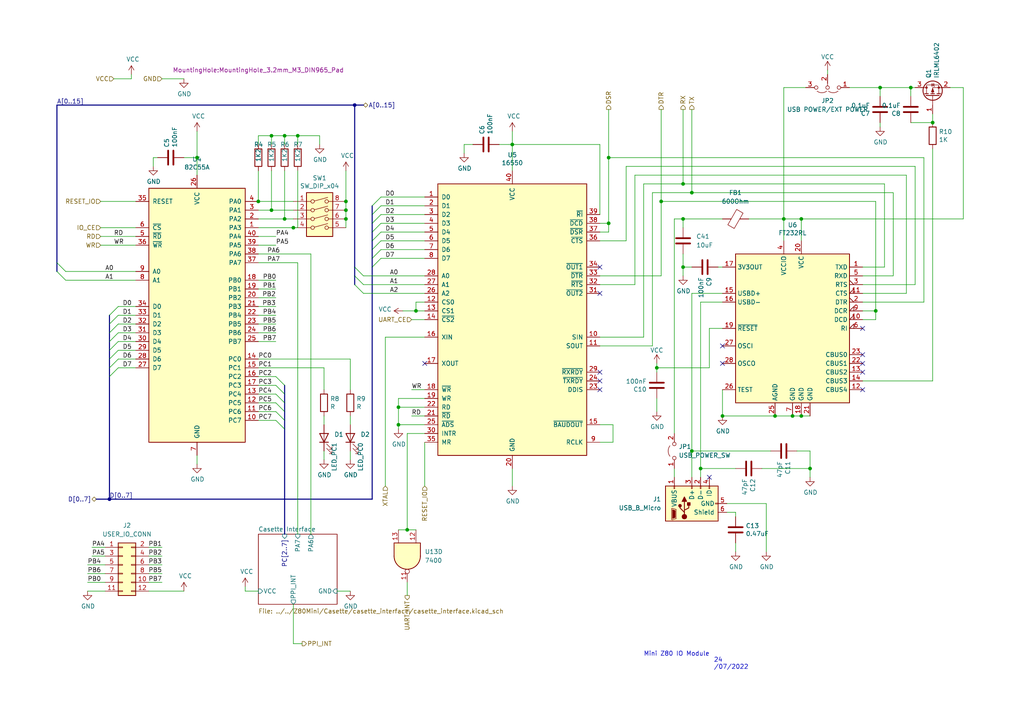
<source format=kicad_sch>
(kicad_sch (version 20211123) (generator eeschema)
  (paper "A4")
  (lib_symbols
    (symbol "74xx:7400" (pin_names (offset 1.016))
      (property "Reference" "U" (at 0 1.27 0))
      (property "Value" "7400" (at 0 -1.27 0))
      (symbol "7400_1_1"
        (pin input line (at -7.62 2.54 0) (length 3.81) (name "~") (number "1"))
        (pin input line (at -7.62 -2.54 0) (length 3.81) (name "~") (number "2"))
        (pin output inverted (at 7.62 0 180) (length 3.81) (name "~") (number "3"))
      )
      (symbol "7400_1_2"
        (pin input inverted (at -7.62 2.54 0) (length 4.318) (name "~") (number "1"))
        (pin input inverted (at -7.62 -2.54 0) (length 4.318) (name "~") (number "2"))
        (pin output line (at 7.62 0 180) (length 3.81) (name "~") (number "3"))
      )
      (symbol "7400_2_1"
        (pin input line (at -7.62 2.54 0) (length 3.81) (name "~") (number "4"))
        (pin input line (at -7.62 -2.54 0) (length 3.81) (name "~") (number "5"))
        (pin output inverted (at 7.62 0 180) (length 3.81) (name "~") (number "6"))
      )
      (symbol "7400_2_2"
        (pin input inverted (at -7.62 2.54 0) (length 4.318) (name "~") (number "4"))
        (pin input inverted (at -7.62 -2.54 0) (length 4.318) (name "~") (number "5"))
        (pin output line (at 7.62 0 180) (length 3.81) (name "~") (number "6"))
      )
      (symbol "7400_3_1"
        (pin input line (at -7.62 -2.54 0) (length 3.81) (name "~") (number "10"))
        (pin output inverted (at 7.62 0 180) (length 3.81) (name "~") (number "8"))
        (pin input line (at -7.62 2.54 0) (length 3.81) (name "~") (number "9"))
      )
      (symbol "7400_3_2"
        (pin input inverted (at -7.62 -2.54 0) (length 4.318) (name "~") (number "10"))
        (pin output line (at 7.62 0 180) (length 3.81) (name "~") (number "8"))
        (pin input inverted (at -7.62 2.54 0) (length 4.318) (name "~") (number "9"))
      )
      (symbol "7400_4_1"
        (pin output inverted (at 7.62 0 180) (length 3.81) (name "~") (number "11"))
        (pin input line (at -7.62 2.54 0) (length 3.81) (name "~") (number "12"))
        (pin input line (at -7.62 -2.54 0) (length 3.81) (name "~") (number "13"))
      )
      (symbol "7400_4_2"
        (pin output line (at 7.62 0 180) (length 3.81) (name "~") (number "11"))
        (pin input inverted (at -7.62 2.54 0) (length 4.318) (name "~") (number "12"))
        (pin input inverted (at -7.62 -2.54 0) (length 4.318) (name "~") (number "13"))
      )
      (symbol "7400_5_0"
        (pin power_in line (at 0 12.7 270) (length 5.08) (name "VCC") (number "14"))
        (pin power_in line (at 0 -12.7 90) (length 5.08) (name "GND") (number "7"))
      )
    )
    (symbol "Connector:USB_B_Micro" (pin_names (offset 1.016))
      (property "Reference" "J" (at -5.08 11.43 0))
      (property "Value" "USB_B_Micro" (at -5.08 8.89 0))
      (symbol "USB_B_Micro_1_1"
        (pin power_out line (at 7.62 5.08 180) (length 2.54) (name "VBUS") (number "1"))
        (pin bidirectional line (at 7.62 -2.54 180) (length 2.54) (name "D-") (number "2"))
        (pin bidirectional line (at 7.62 0 180) (length 2.54) (name "D+") (number "3"))
        (pin passive line (at 7.62 -5.08 180) (length 2.54) (name "ID") (number "4"))
        (pin power_out line (at 0 -10.16 90) (length 2.54) (name "GND") (number "5"))
        (pin passive line (at -2.54 -10.16 90) (length 2.54) (name "Shield") (number "6"))
      )
    )
    (symbol "Connector_Generic:Conn_02x06_Odd_Even" (pin_names (offset 1.016) hide)
      (property "Reference" "J" (at 1.27 7.62 0))
      (property "Value" "Conn_02x06_Odd_Even" (at 1.27 -10.16 0))
      (symbol "Conn_02x06_Odd_Even_1_1"
        (pin passive line (at -5.08 5.08 0) (length 3.81) (name "Pin_1") (number "1"))
        (pin passive line (at 7.62 -5.08 180) (length 3.81) (name "Pin_10") (number "10"))
        (pin passive line (at -5.08 -7.62 0) (length 3.81) (name "Pin_11") (number "11"))
        (pin passive line (at 7.62 -7.62 180) (length 3.81) (name "Pin_12") (number "12"))
        (pin passive line (at 7.62 5.08 180) (length 3.81) (name "Pin_2") (number "2"))
        (pin passive line (at -5.08 2.54 0) (length 3.81) (name "Pin_3") (number "3"))
        (pin passive line (at 7.62 2.54 180) (length 3.81) (name "Pin_4") (number "4"))
        (pin passive line (at -5.08 0 0) (length 3.81) (name "Pin_5") (number "5"))
        (pin passive line (at 7.62 0 180) (length 3.81) (name "Pin_6") (number "6"))
        (pin passive line (at -5.08 -2.54 0) (length 3.81) (name "Pin_7") (number "7"))
        (pin passive line (at 7.62 -2.54 180) (length 3.81) (name "Pin_8") (number "8"))
        (pin passive line (at -5.08 -5.08 0) (length 3.81) (name "Pin_9") (number "9"))
      )
    )
    (symbol "Device:C" (pin_numbers hide) (pin_names (offset 0.254))
      (property "Reference" "C" (at 0.635 2.54 0))
      (property "Value" "C" (at 0.635 -2.54 0))
      (symbol "C_1_1"
        (pin passive line (at 0 3.81 270) (length 2.794) (name "~") (number "1"))
        (pin passive line (at 0 -3.81 90) (length 2.794) (name "~") (number "2"))
      )
    )
    (symbol "Device:FerriteBead" (pin_numbers hide) (pin_names (offset 0))
      (property "Reference" "FB" (at -3.81 0.635 90))
      (property "Value" "FerriteBead" (at 3.81 0 90))
      (symbol "FerriteBead_1_1"
        (pin passive line (at 0 3.81 270) (length 2.54) (name "~") (number "1"))
        (pin passive line (at 0 -3.81 90) (length 2.54) (name "~") (number "2"))
      )
    )
    (symbol "Device:LED" (pin_numbers hide) (pin_names (offset 1.016) hide)
      (property "Reference" "D" (at 0 2.54 0))
      (property "Value" "LED" (at 0 -2.54 0))
      (symbol "LED_1_1"
        (pin passive line (at -3.81 0 0) (length 2.54) (name "K") (number "1"))
        (pin passive line (at 3.81 0 180) (length 2.54) (name "A") (number "2"))
      )
    )
    (symbol "Device:R" (pin_numbers hide) (pin_names (offset 0))
      (property "Reference" "R" (at 2.032 0 90))
      (property "Value" "R" (at 0 0 90))
      (symbol "R_1_1"
        (pin passive line (at 0 3.81 270) (length 1.27) (name "~") (number "1"))
        (pin passive line (at 0 -3.81 90) (length 1.27) (name "~") (number "2"))
      )
    )
    (symbol "Interface:82C55A" (pin_names (offset 1.016))
      (property "Reference" "U" (at -13.97 38.1 0))
      (property "Value" "82C55A" (at 8.89 38.1 0))
      (symbol "82C55A_1_1"
        (pin bidirectional line (at 17.78 25.4 180) (length 3.81) (name "PA3") (number "1"))
        (pin bidirectional line (at 17.78 -30.48 180) (length 3.81) (name "PC7") (number "10"))
        (pin bidirectional line (at 17.78 -27.94 180) (length 3.81) (name "PC6") (number "11"))
        (pin bidirectional line (at 17.78 -25.4 180) (length 3.81) (name "PC5") (number "12"))
        (pin bidirectional line (at 17.78 -22.86 180) (length 3.81) (name "PC4") (number "13"))
        (pin bidirectional line (at 17.78 -12.7 180) (length 3.81) (name "PC0") (number "14"))
        (pin bidirectional line (at 17.78 -15.24 180) (length 3.81) (name "PC1") (number "15"))
        (pin bidirectional line (at 17.78 -17.78 180) (length 3.81) (name "PC2") (number "16"))
        (pin bidirectional line (at 17.78 -20.32 180) (length 3.81) (name "PC3") (number "17"))
        (pin bidirectional line (at 17.78 10.16 180) (length 3.81) (name "PB0") (number "18"))
        (pin bidirectional line (at 17.78 7.62 180) (length 3.81) (name "PB1") (number "19"))
        (pin bidirectional line (at 17.78 27.94 180) (length 3.81) (name "PA2") (number "2"))
        (pin bidirectional line (at 17.78 5.08 180) (length 3.81) (name "PB2") (number "20"))
        (pin bidirectional line (at 17.78 2.54 180) (length 3.81) (name "PB3") (number "21"))
        (pin bidirectional line (at 17.78 0 180) (length 3.81) (name "PB4") (number "22"))
        (pin bidirectional line (at 17.78 -2.54 180) (length 3.81) (name "PB5") (number "23"))
        (pin bidirectional line (at 17.78 -5.08 180) (length 3.81) (name "PB6") (number "24"))
        (pin bidirectional line (at 17.78 -7.62 180) (length 3.81) (name "PB7") (number "25"))
        (pin power_in line (at 0 40.64 270) (length 3.81) (name "VCC") (number "26"))
        (pin bidirectional line (at -17.78 -15.24 0) (length 3.81) (name "D7") (number "27"))
        (pin bidirectional line (at -17.78 -12.7 0) (length 3.81) (name "D6") (number "28"))
        (pin bidirectional line (at -17.78 -10.16 0) (length 3.81) (name "D5") (number "29"))
        (pin bidirectional line (at 17.78 30.48 180) (length 3.81) (name "PA1") (number "3"))
        (pin bidirectional line (at -17.78 -7.62 0) (length 3.81) (name "D4") (number "30"))
        (pin bidirectional line (at -17.78 -5.08 0) (length 3.81) (name "D3") (number "31"))
        (pin bidirectional line (at -17.78 -2.54 0) (length 3.81) (name "D2") (number "32"))
        (pin bidirectional line (at -17.78 0 0) (length 3.81) (name "D1") (number "33"))
        (pin bidirectional line (at -17.78 2.54 0) (length 3.81) (name "D0") (number "34"))
        (pin input line (at -17.78 33.02 0) (length 3.81) (name "RESET") (number "35"))
        (pin input line (at -17.78 20.32 0) (length 3.81) (name "~{WR}") (number "36"))
        (pin bidirectional line (at 17.78 15.24 180) (length 3.81) (name "PA7") (number "37"))
        (pin bidirectional line (at 17.78 17.78 180) (length 3.81) (name "PA6") (number "38"))
        (pin bidirectional line (at 17.78 20.32 180) (length 3.81) (name "PA5") (number "39"))
        (pin bidirectional line (at 17.78 33.02 180) (length 3.81) (name "PA0") (number "4"))
        (pin bidirectional line (at 17.78 22.86 180) (length 3.81) (name "PA4") (number "40"))
        (pin input line (at -17.78 22.86 0) (length 3.81) (name "~{RD}") (number "5"))
        (pin input line (at -17.78 25.4 0) (length 3.81) (name "~{CS}") (number "6"))
        (pin power_in line (at 0 -40.64 90) (length 3.81) (name "GND") (number "7"))
        (pin input line (at -17.78 10.16 0) (length 3.81) (name "A1") (number "8"))
        (pin input line (at -17.78 12.7 0) (length 3.81) (name "A0") (number "9"))
      )
    )
    (symbol "Interface_UART:16550" (pin_names (offset 1.016))
      (property "Reference" "U" (at -21.59 40.64 0))
      (property "Value" "16550" (at 15.24 40.64 0))
      (symbol "16550_1_1"
        (pin bidirectional line (at -25.4 35.56 0) (length 3.81) (name "D0") (number "1"))
        (pin input line (at 25.4 -5.08 180) (length 3.81) (name "SIN") (number "10"))
        (pin output line (at 25.4 -7.62 180) (length 3.81) (name "SOUT") (number "11"))
        (pin input line (at -25.4 5.08 0) (length 3.81) (name "CS0") (number "12"))
        (pin input line (at -25.4 2.54 0) (length 3.81) (name "CS1") (number "13"))
        (pin input line (at -25.4 0 0) (length 3.81) (name "~{CS2}") (number "14"))
        (pin output line (at 25.4 -30.48 180) (length 3.81) (name "~{BAUDOUT}") (number "15"))
        (pin input line (at -25.4 -5.08 0) (length 3.81) (name "XIN") (number "16"))
        (pin output line (at -25.4 -12.7 0) (length 3.81) (name "XOUT") (number "17"))
        (pin input line (at -25.4 -20.32 0) (length 3.81) (name "~{WR}") (number "18"))
        (pin input line (at -25.4 -22.86 0) (length 3.81) (name "WR") (number "19"))
        (pin bidirectional line (at -25.4 33.02 0) (length 3.81) (name "D1") (number "2"))
        (pin power_in line (at 0 -43.18 90) (length 3.81) (name "GND") (number "20"))
        (pin input line (at -25.4 -27.94 0) (length 3.81) (name "~{RD}") (number "21"))
        (pin input line (at -25.4 -25.4 0) (length 3.81) (name "RD") (number "22"))
        (pin output line (at 25.4 -20.32 180) (length 3.81) (name "DDIS") (number "23"))
        (pin output line (at 25.4 -17.78 180) (length 3.81) (name "~{TXRDY}") (number "24"))
        (pin input line (at -25.4 -30.48 0) (length 3.81) (name "~{ADS}") (number "25"))
        (pin input line (at -25.4 7.62 0) (length 3.81) (name "A2") (number "26"))
        (pin input line (at -25.4 10.16 0) (length 3.81) (name "A1") (number "27"))
        (pin input line (at -25.4 12.7 0) (length 3.81) (name "A0") (number "28"))
        (pin output line (at 25.4 -15.24 180) (length 3.81) (name "~{RXRDY}") (number "29"))
        (pin bidirectional line (at -25.4 30.48 0) (length 3.81) (name "D2") (number "3"))
        (pin output line (at -25.4 -33.02 0) (length 3.81) (name "INTR") (number "30"))
        (pin output line (at 25.4 7.62 180) (length 3.81) (name "~{OUT2}") (number "31"))
        (pin output line (at 25.4 10.16 180) (length 3.81) (name "~{RTS}") (number "32"))
        (pin output line (at 25.4 12.7 180) (length 3.81) (name "~{DTR}") (number "33"))
        (pin output line (at 25.4 15.24 180) (length 3.81) (name "~{OUT1}") (number "34"))
        (pin input line (at -25.4 -35.56 0) (length 3.81) (name "MR") (number "35"))
        (pin input line (at 25.4 22.86 180) (length 3.81) (name "~{CTS}") (number "36"))
        (pin input line (at 25.4 25.4 180) (length 3.81) (name "~{DSR}") (number "37"))
        (pin input line (at 25.4 27.94 180) (length 3.81) (name "~{DCD}") (number "38"))
        (pin input line (at 25.4 30.48 180) (length 3.81) (name "~{RI}") (number "39"))
        (pin bidirectional line (at -25.4 27.94 0) (length 3.81) (name "D3") (number "4"))
        (pin power_in line (at 0 43.18 270) (length 3.81) (name "VCC") (number "40"))
        (pin bidirectional line (at -25.4 25.4 0) (length 3.81) (name "D4") (number "5"))
        (pin bidirectional line (at -25.4 22.86 0) (length 3.81) (name "D5") (number "6"))
        (pin bidirectional line (at -25.4 20.32 0) (length 3.81) (name "D6") (number "7"))
        (pin bidirectional line (at -25.4 17.78 0) (length 3.81) (name "D7") (number "8"))
        (pin input line (at 25.4 -35.56 180) (length 3.81) (name "RCLK") (number "9"))
      )
    )
    (symbol "Interface_USB:FT232RL"
      (property "Reference" "U" (at -16.51 22.86 0))
      (property "Value" "FT232RL" (at 10.16 22.86 0))
      (symbol "FT232RL_1_1"
        (pin output line (at 20.32 17.78 180) (length 3.81) (name "TXD") (number "1"))
        (pin input input_low (at 20.32 2.54 180) (length 3.81) (name "DCD") (number "10"))
        (pin input input_low (at 20.32 10.16 180) (length 3.81) (name "CTS") (number "11"))
        (pin bidirectional line (at 20.32 -17.78 180) (length 3.81) (name "CBUS4") (number "12"))
        (pin bidirectional line (at 20.32 -12.7 180) (length 3.81) (name "CBUS2") (number "13"))
        (pin bidirectional line (at 20.32 -15.24 180) (length 3.81) (name "CBUS3") (number "14"))
        (pin bidirectional line (at -20.32 10.16 0) (length 3.81) (name "USBD+") (number "15"))
        (pin bidirectional line (at -20.32 7.62 0) (length 3.81) (name "USBD-") (number "16"))
        (pin power_out line (at -20.32 17.78 0) (length 3.81) (name "3V3OUT") (number "17"))
        (pin power_in line (at 2.54 -25.4 90) (length 3.81) (name "GND") (number "18"))
        (pin input line (at -20.32 0 0) (length 3.81) (name "~{RESET}") (number "19"))
        (pin output output_low (at 20.32 7.62 180) (length 3.81) (name "DTR") (number "2"))
        (pin power_in line (at 2.54 25.4 270) (length 3.81) (name "VCC") (number "20"))
        (pin power_in line (at 5.08 -25.4 90) (length 3.81) (name "GND") (number "21"))
        (pin bidirectional line (at 20.32 -10.16 180) (length 3.81) (name "CBUS1") (number "22"))
        (pin bidirectional line (at 20.32 -7.62 180) (length 3.81) (name "CBUS0") (number "23"))
        (pin power_in line (at -5.08 -25.4 90) (length 3.81) (name "AGND") (number "25"))
        (pin input line (at -20.32 -17.78 0) (length 3.81) (name "TEST") (number "26"))
        (pin input line (at -20.32 -5.08 0) (length 3.81) (name "OSCI") (number "27"))
        (pin output line (at -20.32 -10.16 0) (length 3.81) (name "OSCO") (number "28"))
        (pin output output_low (at 20.32 12.7 180) (length 3.81) (name "RTS") (number "3"))
        (pin power_in line (at -2.54 25.4 270) (length 3.81) (name "VCCIO") (number "4"))
        (pin input line (at 20.32 15.24 180) (length 3.81) (name "RXD") (number "5"))
        (pin input input_low (at 20.32 0 180) (length 3.81) (name "RI") (number "6"))
        (pin power_in line (at 0 -25.4 90) (length 3.81) (name "GND") (number "7"))
        (pin input input_low (at 20.32 5.08 180) (length 3.81) (name "DCR") (number "9"))
      )
    )
    (symbol "Jumper:Jumper_2_Open" (pin_names (offset 0) hide)
      (property "Reference" "JP" (at 0 2.794 0))
      (property "Value" "Jumper_2_Open" (at 0 -2.286 0))
      (symbol "Jumper_2_Open_1_1"
        (pin passive line (at -5.08 0 0) (length 2.54) (name "A") (number "1"))
        (pin passive line (at 5.08 0 180) (length 2.54) (name "B") (number "2"))
      )
    )
    (symbol "Jumper:Jumper_3_Open" (pin_names (offset 0) hide)
      (property "Reference" "JP" (at -2.54 -2.54 0))
      (property "Value" "Jumper_3_Open" (at 0 2.794 0))
      (symbol "Jumper_3_Open_1_1"
        (pin passive line (at -6.35 0 0) (length 2.54) (name "A") (number "1"))
        (pin passive line (at 0 -3.81 90) (length 2.54) (name "C") (number "2"))
        (pin passive line (at 6.35 0 180) (length 2.54) (name "B") (number "3"))
      )
    )
    (symbol "Switch:SW_DIP_x04" (pin_names (offset 0) hide)
      (property "Reference" "SW" (at 0 8.89 0))
      (property "Value" "SW_DIP_x04" (at 0 -6.35 0))
      (symbol "SW_DIP_x04_1_1"
        (pin passive line (at -7.62 5.08 0) (length 5.08) (name "~") (number "1"))
        (pin passive line (at -7.62 2.54 0) (length 5.08) (name "~") (number "2"))
        (pin passive line (at -7.62 0 0) (length 5.08) (name "~") (number "3"))
        (pin passive line (at -7.62 -2.54 0) (length 5.08) (name "~") (number "4"))
        (pin passive line (at 7.62 -2.54 180) (length 5.08) (name "~") (number "5"))
        (pin passive line (at 7.62 0 180) (length 5.08) (name "~") (number "6"))
        (pin passive line (at 7.62 2.54 180) (length 5.08) (name "~") (number "7"))
        (pin passive line (at 7.62 5.08 180) (length 5.08) (name "~") (number "8"))
      )
    )
    (symbol "Transistor_FET:IRLML6402" (pin_names hide)
      (property "Reference" "Q" (at 5.08 1.905 0))
      (property "Value" "IRLML6402" (at 5.08 0 0))
      (symbol "IRLML6402_1_1"
        (pin input line (at -5.08 0 0) (length 2.54) (name "G") (number "1"))
        (pin passive line (at 2.54 -5.08 90) (length 2.54) (name "S") (number "2"))
        (pin passive line (at 2.54 5.08 270) (length 2.54) (name "D") (number "3"))
      )
    )
    (symbol "power:GND" (power) (pin_names (offset 0))
      (property "Value" "GND" (at 0 -3.81 0))
      (symbol "GND_1_1"
        (pin power_in line (at 0 0 270) (length 0) hide (name "GND") (number "1"))
      )
    )
    (symbol "power:VCC" (power) (pin_names (offset 0))
      (property "Value" "VCC" (at 0 3.81 0))
      (symbol "VCC_1_1"
        (pin power_in line (at 0 0 90) (length 0) hide (name "VCC") (number "1"))
      )
    )
  )
  (junction (at 100.33 63.5))
  (junction (at 86.36 39.37))
  (junction (at 82.55 39.37))
  (junction (at 115.57 123.19))
  (junction (at 118.11 153.67))
  (junction (at 198.12 53.34))
  (junction (at 255.27 25.4))
  (junction (at 78.74 39.37))
  (junction (at 224.79 120.65))
  (junction (at 191.77 58.42))
  (junction (at 270.51 35.56))
  (junction (at 78.74 60.96))
  (junction (at 57.15 45.72))
  (junction (at 82.55 63.5))
  (junction (at 176.53 64.77))
  (junction (at 234.95 135.89))
  (junction (at 200.66 130.81))
  (junction (at 190.5 106.68))
  (junction (at 264.16 25.4))
  (junction (at 203.2 135.89))
  (junction (at 200.66 55.88))
  (junction (at 74.93 58.42))
  (junction (at 31.75 144.78))
  (junction (at 227.33 63.5))
  (junction (at 115.57 118.11))
  (junction (at 198.12 77.47))
  (junction (at 100.33 60.96))
  (junction (at 209.55 120.65))
  (junction (at 176.53 45.72))
  (junction (at 198.12 63.5))
  (junction (at 102.87 30.48))
  (junction (at 85.09 66.04))
  (junction (at 254 90.17))
  (junction (at 232.41 63.5))
  (junction (at 148.59 41.91))
  (junction (at 100.33 58.42))
  (junction (at 232.41 120.65))
  (junction (at 229.87 120.65))
  (junction (at 120.65 90.17))
  (no_connect (at 123.19 105.41))
  (no_connect (at 250.19 95.25))
  (no_connect (at 250.19 102.87))
  (no_connect (at 173.99 107.95))
  (no_connect (at 173.99 110.49))
  (no_connect (at 173.99 77.47))
  (no_connect (at 250.19 105.41))
  (no_connect (at 173.99 113.03))
  (no_connect (at 250.19 113.03))
  (no_connect (at 250.19 107.95))
  (no_connect (at 209.55 105.41))
  (no_connect (at 209.55 100.33))
  (no_connect (at 205.74 138.43))
  (no_connect (at 173.99 85.09))
  (bus_entry (at 107.95 67.31) (size 2.54 -2.54))
  (bus_entry (at 31.75 93.98) (size 2.54 -2.54))
  (bus_entry (at 107.95 62.23) (size 2.54 -2.54))
  (bus_entry (at 31.75 101.6) (size 2.54 -2.54))
  (bus_entry (at 16.51 76.2) (size 2.54 2.54))
  (bus_entry (at 107.95 64.77) (size 2.54 -2.54))
  (bus_entry (at 31.75 106.68) (size 2.54 -2.54))
  (bus_entry (at 107.95 74.93) (size 2.54 -2.54))
  (bus_entry (at 107.95 69.85) (size 2.54 -2.54))
  (bus_entry (at 107.95 72.39) (size 2.54 -2.54))
  (bus_entry (at 80.01 116.84) (size 2.54 2.54))
  (bus_entry (at 80.01 119.38) (size 2.54 2.54))
  (bus_entry (at 80.01 114.3) (size 2.54 2.54))
  (bus_entry (at 80.01 109.22) (size 2.54 2.54))
  (bus_entry (at 80.01 111.76) (size 2.54 2.54))
  (bus_entry (at 80.01 121.92) (size 2.54 2.54))
  (bus_entry (at 107.95 77.47) (size 2.54 -2.54))
  (bus_entry (at 102.87 80.01) (size 2.54 2.54))
  (bus_entry (at 16.51 78.74) (size 2.54 2.54))
  (bus_entry (at 107.95 59.69) (size 2.54 -2.54))
  (bus_entry (at 31.75 91.44) (size 2.54 -2.54))
  (bus_entry (at 31.75 96.52) (size 2.54 -2.54))
  (bus_entry (at 31.75 99.06) (size 2.54 -2.54))
  (bus_entry (at 102.87 82.55) (size 2.54 2.54))
  (bus_entry (at 31.75 109.22) (size 2.54 -2.54))
  (bus_entry (at 31.75 104.14) (size 2.54 -2.54))
  (bus_entry (at 102.87 77.47) (size 2.54 2.54))
  (wire (pts (xy 270.51 35.56) (xy 270.51 33.02)))
  (bus (pts (xy 102.87 30.48) (xy 105.41 30.48)))
  (wire (pts (xy 190.5 106.68) (xy 205.74 106.68)))
  (wire (pts (xy 148.59 38.1) (xy 148.59 41.91)))
  (wire (pts (xy 213.36 148.59) (xy 213.36 149.86)))
  (wire (pts (xy 86.36 41.91) (xy 86.36 39.37)))
  (bus (pts (xy 31.75 109.22) (xy 31.75 144.78)))
  (wire (pts (xy 256.54 77.47) (xy 250.19 77.47)))
  (wire (pts (xy 74.93 86.36) (xy 80.01 86.36)))
  (wire (pts (xy 223.52 130.81) (xy 200.66 130.81)))
  (wire (pts (xy 93.98 120.65) (xy 93.98 123.19)))
  (wire (pts (xy 198.12 63.5) (xy 209.55 63.5)))
  (wire (pts (xy 123.19 123.19) (xy 115.57 123.19)))
  (wire (pts (xy 29.21 66.04) (xy 39.37 66.04)))
  (wire (pts (xy 74.93 63.5) (xy 82.55 63.5)))
  (wire (pts (xy 203.2 87.63) (xy 203.2 135.89)))
  (wire (pts (xy 110.49 72.39) (xy 123.19 72.39)))
  (bus (pts (xy 31.75 99.06) (xy 31.75 101.6)))
  (wire (pts (xy 213.36 157.48) (xy 213.36 160.02)))
  (wire (pts (xy 39.37 68.58) (xy 29.21 68.58)))
  (wire (pts (xy 86.36 49.53) (xy 86.36 66.04)))
  (wire (pts (xy 198.12 77.47) (xy 200.66 77.47)))
  (wire (pts (xy 198.12 53.34) (xy 256.54 53.34)))
  (wire (pts (xy 101.6 104.14) (xy 101.6 113.03)))
  (wire (pts (xy 90.17 154.94) (xy 90.17 73.66)))
  (bus (pts (xy 31.75 91.44) (xy 31.75 93.98)))
  (bus (pts (xy 16.51 30.48) (xy 102.87 30.48)))
  (wire (pts (xy 227.33 69.85) (xy 227.33 63.5)))
  (bus (pts (xy 102.87 30.48) (xy 102.87 77.47)))
  (wire (pts (xy 110.49 64.77) (xy 123.19 64.77)))
  (bus (pts (xy 107.95 77.47) (xy 107.95 144.78)))
  (wire (pts (xy 74.93 104.14) (xy 101.6 104.14)))
  (wire (pts (xy 74.93 106.68) (xy 93.98 106.68)))
  (wire (pts (xy 86.36 39.37) (xy 92.71 39.37)))
  (wire (pts (xy 181.61 48.26) (xy 265.43 48.26)))
  (wire (pts (xy 115.57 124.46) (xy 115.57 123.19)))
  (wire (pts (xy 256.54 53.34) (xy 256.54 77.47)))
  (wire (pts (xy 25.4 163.83) (xy 30.48 163.83)))
  (wire (pts (xy 279.4 25.4) (xy 279.4 63.5)))
  (wire (pts (xy 57.15 134.62) (xy 57.15 132.08)))
  (wire (pts (xy 173.99 100.33) (xy 189.23 100.33)))
  (wire (pts (xy 189.23 55.88) (xy 200.66 55.88)))
  (wire (pts (xy 101.6 120.65) (xy 101.6 123.19)))
  (wire (pts (xy 220.98 135.89) (xy 234.95 135.89)))
  (wire (pts (xy 176.53 64.77) (xy 176.53 45.72)))
  (wire (pts (xy 255.27 35.56) (xy 255.27 36.83)))
  (wire (pts (xy 184.15 82.55) (xy 184.15 50.8)))
  (wire (pts (xy 100.33 66.04) (xy 100.33 63.5)))
  (wire (pts (xy 189.23 100.33) (xy 189.23 55.88)))
  (wire (pts (xy 173.99 82.55) (xy 184.15 82.55)))
  (wire (pts (xy 74.93 39.37) (xy 78.74 39.37)))
  (wire (pts (xy 255.27 25.4) (xy 264.16 25.4)))
  (wire (pts (xy 74.93 71.12) (xy 80.01 71.12)))
  (wire (pts (xy 46.99 22.86) (xy 53.34 22.86)))
  (wire (pts (xy 29.21 58.42) (xy 39.37 58.42)))
  (wire (pts (xy 229.87 120.65) (xy 232.41 120.65)))
  (wire (pts (xy 74.93 109.22) (xy 80.01 109.22)))
  (wire (pts (xy 74.93 96.52) (xy 80.01 96.52)))
  (bus (pts (xy 31.75 96.52) (xy 31.75 99.06)))
  (wire (pts (xy 119.38 92.71) (xy 123.19 92.71)))
  (bus (pts (xy 31.75 101.6) (xy 31.75 104.14)))
  (bus (pts (xy 31.75 144.78) (xy 107.95 144.78)))
  (wire (pts (xy 120.65 87.63) (xy 123.19 87.63)))
  (wire (pts (xy 148.59 140.97) (xy 148.59 135.89)))
  (wire (pts (xy 105.41 80.01) (xy 123.19 80.01)))
  (wire (pts (xy 26.67 161.29) (xy 30.48 161.29)))
  (wire (pts (xy 25.4 168.91) (xy 30.48 168.91)))
  (bus (pts (xy 107.95 74.93) (xy 107.95 77.47)))
  (wire (pts (xy 74.93 58.42) (xy 85.09 58.42)))
  (wire (pts (xy 173.99 97.79) (xy 186.69 97.79)))
  (wire (pts (xy 78.74 60.96) (xy 85.09 60.96)))
  (wire (pts (xy 74.93 49.53) (xy 74.93 58.42)))
  (wire (pts (xy 262.89 50.8) (xy 262.89 85.09)))
  (wire (pts (xy 254 92.71) (xy 254 90.17)))
  (wire (pts (xy 176.53 45.72) (xy 267.97 45.72)))
  (wire (pts (xy 173.99 67.31) (xy 176.53 67.31)))
  (bus (pts (xy 82.55 124.46) (xy 82.55 154.94)))
  (bus (pts (xy 31.75 106.68) (xy 31.75 109.22)))
  (wire (pts (xy 78.74 39.37) (xy 78.74 41.91)))
  (wire (pts (xy 264.16 25.4) (xy 265.43 25.4)))
  (bus (pts (xy 82.55 116.84) (xy 82.55 119.38)))
  (wire (pts (xy 195.58 63.5) (xy 195.58 125.73)))
  (bus (pts (xy 107.95 69.85) (xy 107.95 72.39)))
  (wire (pts (xy 93.98 133.35) (xy 93.98 130.81)))
  (wire (pts (xy 71.12 171.45) (xy 74.93 171.45)))
  (wire (pts (xy 200.66 85.09) (xy 200.66 130.81)))
  (wire (pts (xy 254 58.42) (xy 254 90.17)))
  (wire (pts (xy 177.8 123.19) (xy 177.8 128.27)))
  (wire (pts (xy 123.19 115.57) (xy 115.57 115.57)))
  (wire (pts (xy 148.59 49.53) (xy 148.59 41.91)))
  (bus (pts (xy 102.87 80.01) (xy 102.87 82.55)))
  (wire (pts (xy 259.08 80.01) (xy 250.19 80.01)))
  (wire (pts (xy 110.49 62.23) (xy 123.19 62.23)))
  (wire (pts (xy 82.55 41.91) (xy 82.55 39.37)))
  (wire (pts (xy 115.57 123.19) (xy 115.57 118.11)))
  (wire (pts (xy 186.69 97.79) (xy 186.69 53.34)))
  (wire (pts (xy 105.41 82.55) (xy 123.19 82.55)))
  (wire (pts (xy 200.66 85.09) (xy 209.55 85.09)))
  (wire (pts (xy 74.93 81.28) (xy 80.01 81.28)))
  (wire (pts (xy 74.93 114.3) (xy 80.01 114.3)))
  (wire (pts (xy 265.43 82.55) (xy 250.19 82.55)))
  (wire (pts (xy 209.55 113.03) (xy 209.55 120.65)))
  (wire (pts (xy 74.93 73.66) (xy 90.17 73.66)))
  (wire (pts (xy 34.29 93.98) (xy 39.37 93.98)))
  (bus (pts (xy 107.95 59.69) (xy 107.95 62.23)))
  (wire (pts (xy 44.45 45.72) (xy 45.72 45.72)))
  (wire (pts (xy 30.48 171.45) (xy 25.4 171.45)))
  (wire (pts (xy 191.77 58.42) (xy 254 58.42)))
  (wire (pts (xy 110.49 59.69) (xy 123.19 59.69)))
  (wire (pts (xy 205.74 95.25) (xy 209.55 95.25)))
  (wire (pts (xy 39.37 71.12) (xy 29.21 71.12)))
  (bus (pts (xy 31.75 144.78) (xy 27.94 144.78)))
  (wire (pts (xy 267.97 87.63) (xy 250.19 87.63)))
  (wire (pts (xy 105.41 85.09) (xy 123.19 85.09)))
  (wire (pts (xy 123.19 140.97) (xy 123.19 128.27)))
  (wire (pts (xy 74.93 116.84) (xy 80.01 116.84)))
  (wire (pts (xy 144.78 41.91) (xy 148.59 41.91)))
  (wire (pts (xy 100.33 60.96) (xy 100.33 58.42)))
  (wire (pts (xy 85.09 186.69) (xy 87.63 186.69)))
  (wire (pts (xy 38.1 21.59) (xy 38.1 22.86)))
  (wire (pts (xy 195.58 63.5) (xy 198.12 63.5)))
  (wire (pts (xy 184.15 50.8) (xy 262.89 50.8)))
  (wire (pts (xy 232.41 120.65) (xy 234.95 120.65)))
  (bus (pts (xy 82.55 114.3) (xy 82.55 116.84)))
  (wire (pts (xy 25.4 166.37) (xy 30.48 166.37)))
  (wire (pts (xy 78.74 49.53) (xy 78.74 60.96)))
  (wire (pts (xy 173.99 123.19) (xy 177.8 123.19)))
  (bus (pts (xy 82.55 119.38) (xy 82.55 121.92)))
  (wire (pts (xy 44.45 48.26) (xy 44.45 45.72)))
  (wire (pts (xy 74.93 111.76) (xy 80.01 111.76)))
  (wire (pts (xy 110.49 67.31) (xy 123.19 67.31)))
  (wire (pts (xy 119.38 113.03) (xy 123.19 113.03)))
  (wire (pts (xy 234.95 135.89) (xy 234.95 130.81)))
  (wire (pts (xy 110.49 57.15) (xy 123.19 57.15)))
  (wire (pts (xy 118.11 153.67) (xy 120.65 153.67)))
  (wire (pts (xy 209.55 87.63) (xy 203.2 87.63)))
  (wire (pts (xy 198.12 80.01) (xy 198.12 77.47)))
  (wire (pts (xy 205.74 106.68) (xy 205.74 95.25)))
  (wire (pts (xy 176.53 45.72) (xy 176.53 31.75)))
  (wire (pts (xy 53.34 45.72) (xy 57.15 45.72)))
  (wire (pts (xy 224.79 120.65) (xy 229.87 120.65)))
  (wire (pts (xy 43.18 158.75) (xy 46.99 158.75)))
  (wire (pts (xy 227.33 25.4) (xy 233.68 25.4)))
  (wire (pts (xy 46.99 168.91) (xy 43.18 168.91)))
  (wire (pts (xy 74.93 66.04) (xy 85.09 66.04)))
  (wire (pts (xy 262.89 85.09) (xy 250.19 85.09)))
  (wire (pts (xy 210.82 146.05) (xy 222.25 146.05)))
  (bus (pts (xy 107.95 62.23) (xy 107.95 64.77)))
  (wire (pts (xy 176.53 67.31) (xy 176.53 64.77)))
  (wire (pts (xy 57.15 45.72) (xy 57.15 38.1)))
  (wire (pts (xy 191.77 80.01) (xy 191.77 58.42)))
  (bus (pts (xy 82.55 111.76) (xy 82.55 114.3)))
  (wire (pts (xy 92.71 41.91) (xy 92.71 39.37)))
  (wire (pts (xy 209.55 120.65) (xy 224.79 120.65)))
  (wire (pts (xy 217.17 63.5) (xy 227.33 63.5)))
  (wire (pts (xy 190.5 107.95) (xy 190.5 106.68)))
  (wire (pts (xy 259.08 55.88) (xy 259.08 80.01)))
  (wire (pts (xy 85.09 175.26) (xy 85.09 186.69)))
  (wire (pts (xy 200.66 55.88) (xy 259.08 55.88)))
  (wire (pts (xy 203.2 135.89) (xy 203.2 138.43)))
  (wire (pts (xy 198.12 66.04) (xy 198.12 63.5)))
  (wire (pts (xy 270.51 43.18) (xy 270.51 110.49)))
  (wire (pts (xy 34.29 101.6) (xy 39.37 101.6)))
  (wire (pts (xy 118.11 125.73) (xy 118.11 153.67)))
  (wire (pts (xy 255.27 27.94) (xy 255.27 25.4)))
  (bus (pts (xy 107.95 64.77) (xy 107.95 67.31)))
  (wire (pts (xy 110.49 69.85) (xy 123.19 69.85)))
  (wire (pts (xy 34.29 104.14) (xy 39.37 104.14)))
  (wire (pts (xy 227.33 63.5) (xy 232.41 63.5)))
  (wire (pts (xy 74.93 91.44) (xy 80.01 91.44)))
  (wire (pts (xy 71.12 170.18) (xy 71.12 171.45)))
  (wire (pts (xy 86.36 66.04) (xy 85.09 66.04)))
  (wire (pts (xy 74.93 121.92) (xy 80.01 121.92)))
  (wire (pts (xy 74.93 88.9) (xy 80.01 88.9)))
  (wire (pts (xy 100.33 63.5) (xy 100.33 60.96)))
  (wire (pts (xy 93.98 106.68) (xy 93.98 113.03)))
  (wire (pts (xy 234.95 138.43) (xy 234.95 135.89)))
  (wire (pts (xy 74.93 76.2) (xy 86.36 76.2)))
  (wire (pts (xy 275.59 25.4) (xy 279.4 25.4)))
  (wire (pts (xy 115.57 153.67) (xy 118.11 153.67)))
  (wire (pts (xy 78.74 39.37) (xy 82.55 39.37)))
  (wire (pts (xy 19.05 78.74) (xy 39.37 78.74)))
  (wire (pts (xy 181.61 69.85) (xy 181.61 48.26)))
  (wire (pts (xy 82.55 63.5) (xy 85.09 63.5)))
  (wire (pts (xy 177.8 128.27) (xy 173.99 128.27)))
  (wire (pts (xy 208.28 77.47) (xy 209.55 77.47)))
  (wire (pts (xy 34.29 106.68) (xy 39.37 106.68)))
  (wire (pts (xy 74.93 68.58) (xy 80.01 68.58)))
  (wire (pts (xy 265.43 48.26) (xy 265.43 82.55)))
  (wire (pts (xy 34.29 91.44) (xy 39.37 91.44)))
  (wire (pts (xy 240.03 20.32) (xy 240.03 21.59)))
  (wire (pts (xy 115.57 118.11) (xy 123.19 118.11)))
  (wire (pts (xy 137.16 41.91) (xy 134.62 41.91)))
  (wire (pts (xy 227.33 25.4) (xy 227.33 63.5)))
  (wire (pts (xy 74.93 93.98) (xy 80.01 93.98)))
  (wire (pts (xy 250.19 110.49) (xy 270.51 110.49)))
  (wire (pts (xy 57.15 45.72) (xy 57.15 50.8)))
  (wire (pts (xy 19.05 81.28) (xy 39.37 81.28)))
  (wire (pts (xy 246.38 25.4) (xy 255.27 25.4)))
  (wire (pts (xy 123.19 90.17) (xy 120.65 90.17)))
  (wire (pts (xy 232.41 63.5) (xy 232.41 69.85)))
  (wire (pts (xy 134.62 41.91) (xy 134.62 44.45)))
  (wire (pts (xy 254 90.17) (xy 250.19 90.17)))
  (wire (pts (xy 43.18 171.45) (xy 53.34 171.45)))
  (wire (pts (xy 46.99 166.37) (xy 43.18 166.37)))
  (wire (pts (xy 195.58 135.89) (xy 195.58 138.43)))
  (wire (pts (xy 186.69 53.34) (xy 198.12 53.34)))
  (bus (pts (xy 31.75 93.98) (xy 31.75 96.52)))
  (wire (pts (xy 26.67 158.75) (xy 30.48 158.75)))
  (wire (pts (xy 173.99 62.23) (xy 173.99 41.91)))
  (wire (pts (xy 210.82 148.59) (xy 213.36 148.59)))
  (wire (pts (xy 213.36 135.89) (xy 203.2 135.89)))
  (bus (pts (xy 31.75 104.14) (xy 31.75 106.68)))
  (wire (pts (xy 264.16 27.94) (xy 264.16 25.4)))
  (wire (pts (xy 34.29 96.52) (xy 39.37 96.52)))
  (wire (pts (xy 43.18 161.29) (xy 46.99 161.29)))
  (bus (pts (xy 102.87 77.47) (xy 102.87 80.01)))
  (wire (pts (xy 200.66 130.81) (xy 200.66 138.43)))
  (wire (pts (xy 120.65 90.17) (xy 120.65 87.63)))
  (wire (pts (xy 74.93 99.06) (xy 80.01 99.06)))
  (wire (pts (xy 97.79 171.45) (xy 101.6 171.45)))
  (wire (pts (xy 111.76 140.97) (xy 111.76 97.79)))
  (wire (pts (xy 234.95 130.81) (xy 231.14 130.81)))
  (wire (pts (xy 123.19 120.65) (xy 119.38 120.65)))
  (wire (pts (xy 123.19 97.79) (xy 111.76 97.79)))
  (wire (pts (xy 222.25 146.05) (xy 222.25 160.02)))
  (wire (pts (xy 173.99 80.01) (xy 191.77 80.01)))
  (wire (pts (xy 38.1 22.86) (xy 33.02 22.86)))
  (wire (pts (xy 100.33 58.42) (xy 100.33 49.53)))
  (wire (pts (xy 34.29 88.9) (xy 39.37 88.9)))
  (bus (pts (xy 16.51 30.48) (xy 16.51 76.2)))
  (wire (pts (xy 118.11 172.72) (xy 118.11 168.91)))
  (wire (pts (xy 173.99 69.85) (xy 181.61 69.85)))
  (wire (pts (xy 116.84 90.17) (xy 120.65 90.17)))
  (wire (pts (xy 232.41 63.5) (xy 279.4 63.5)))
  (wire (pts (xy 176.53 64.77) (xy 173.99 64.77)))
  (wire (pts (xy 46.99 163.83) (xy 43.18 163.83)))
  (wire (pts (xy 190.5 106.68) (xy 190.5 105.41)))
  (wire (pts (xy 250.19 92.71) (xy 254 92.71)))
  (wire (pts (xy 191.77 58.42) (xy 191.77 31.75)))
  (wire (pts (xy 190.5 119.38) (xy 190.5 115.57)))
  (wire (pts (xy 74.93 83.82) (xy 80.01 83.82)))
  (wire (pts (xy 123.19 125.73) (xy 118.11 125.73)))
  (wire (pts (xy 267.97 45.72) (xy 267.97 87.63)))
  (wire (pts (xy 82.55 49.53) (xy 82.55 63.5)))
  (wire (pts (xy 173.99 41.91) (xy 148.59 41.91)))
  (wire (pts (xy 264.16 35.56) (xy 270.51 35.56)))
  (wire (pts (xy 74.93 41.91) (xy 74.93 39.37)))
  (wire (pts (xy 110.49 74.93) (xy 123.19 74.93)))
  (wire (pts (xy 74.93 60.96) (xy 78.74 60.96)))
  (bus (pts (xy 16.51 76.2) (xy 16.51 78.74)))
  (wire (pts (xy 86.36 76.2) (xy 86.36 154.94)))
  (wire (pts (xy 198.12 73.66) (xy 198.12 77.47)))
  (wire (pts (xy 82.55 39.37) (xy 86.36 39.37)))
  (bus (pts (xy 82.55 121.92) (xy 82.55 124.46)))
  (wire (pts (xy 74.93 119.38) (xy 80.01 119.38)))
  (wire (pts (xy 34.29 99.06) (xy 39.37 99.06)))
  (wire (pts (xy 198.12 53.34) (xy 198.12 31.75)))
  (bus (pts (xy 107.95 72.39) (xy 107.95 74.93)))
  (wire (pts (xy 200.66 55.88) (xy 200.66 31.75)))
  (bus (pts (xy 107.95 67.31) (xy 107.95 69.85)))
  (wire (pts (xy 115.57 115.57) (xy 115.57 118.11)))
  (wire (pts (xy 101.6 133.35) (xy 101.6 130.81)))
  (text "Mini Z80 IO Module" (at 186.69 190.5 0) (effects (font (size 1.27 1.27)) (justify left bottom)))
  (text "24\n/07/2022" (at 207.01 194.31 0) (effects (font (size 1.27 1.27)) (justify left bottom)))
  (label "PC6" (at 74.93 119.38 0))
  (label "PB7" (at 76.2 99.06 0))
  (label "D1" (at 111.76 59.69 0))
  (label "A0" (at 30.48 78.74 0))
  (label "PC7" (at 74.93 121.92 0))
  (label "RD" (at 33.02 68.58 0))
  (label "PB1" (at 76.2 83.82 0))
  (label "WR" (at 33.02 71.12 0))
  (label "A2" (at 113.03 85.09 0))
  (label "D3" (at 111.76 64.77 0))
  (label "D0" (at 111.76 57.15 0))
  (label "D5" (at 35.56 101.6 0))
  (label "PC1" (at 74.93 106.68 0))
  (label "D[0..7]" (at 31.75 144.78 0))
  (label "PA7" (at 77.47 76.2 0))
  (label "PB5" (at 46.99 166.37 180))
  (label "D5" (at 111.76 69.85 0))
  (label "PB1" (at 46.99 158.75 180))
  (label "A1" (at 30.48 81.28 0))
  (label "A0" (at 113.03 80.01 0))
  (label "PB3" (at 80.01 88.9 180))
  (label "D6" (at 111.76 72.39 0))
  (label "PB0" (at 76.2 81.28 0))
  (label "WR" (at 119.38 113.03 0))
  (label "PC5" (at 74.93 116.84 0))
  (label "PA4" (at 80.01 68.58 0))
  (label "D7" (at 35.56 106.68 0))
  (label "D6" (at 35.56 104.14 0))
  (label "D3" (at 35.56 96.52 0))
  (label "PB0" (at 25.4 168.91 0))
  (label "PA6" (at 77.47 73.66 0))
  (label "PC4" (at 74.93 114.3 0))
  (label "PC3" (at 74.93 111.76 0))
  (label "D4" (at 35.56 99.06 0))
  (label "PB3" (at 46.99 163.83 180))
  (label "A1" (at 113.03 82.55 0))
  (label "RD" (at 119.38 120.65 0))
  (label "PC0" (at 74.93 104.14 0))
  (label "PB2" (at 46.99 161.29 180))
  (label "D7" (at 111.76 74.93 0))
  (label "D2" (at 35.56 93.98 0))
  (label "D0" (at 35.56 88.9 0))
  (label "PA5" (at 80.01 71.12 0))
  (label "PA4" (at 26.67 158.75 0))
  (label "PA5" (at 26.67 161.29 0))
  (label "PB4" (at 76.2 91.44 0))
  (label "PB7" (at 46.99 168.91 180))
  (label "PB4" (at 25.4 163.83 0))
  (label "D4" (at 111.76 67.31 0))
  (label "PB5" (at 76.2 93.98 0))
  (label "D2" (at 111.76 62.23 0))
  (label "PC2" (at 74.93 109.22 0))
  (label "PB6" (at 25.4 166.37 0))
  (label "PB2" (at 80.01 86.36 180))
  (label "D1" (at 35.56 91.44 0))
  (label "A[0..15]" (at 16.51 30.48 0))
  (label "PB6" (at 76.2 96.52 0))
  (hierarchical_label "XTAL" (shape input) (at 111.76 140.97 270))
  (hierarchical_label "A[0..15]" (shape bidirectional) (at 105.41 30.48 0))
  (hierarchical_label "DTR" (shape output) (at 191.77 31.75 90))
  (hierarchical_label "RX" (shape output) (at 198.12 31.75 90))
  (hierarchical_label "GND" (shape input) (at 46.99 22.86 180))
  (hierarchical_label "TX" (shape output) (at 200.66 31.75 90))
  (hierarchical_label "D[0..7]" (shape bidirectional) (at 27.94 144.78 180))
  (hierarchical_label "UART_CE" (shape input) (at 119.38 92.71 180))
  (hierarchical_label "VCC" (shape input) (at 33.02 22.86 180))
  (hierarchical_label "DSR" (shape output) (at 176.53 31.75 90))
  (hierarchical_label "WR" (shape input) (at 29.21 71.12 180))
  (hierarchical_label "UART_INT" (shape output) (at 118.11 172.72 270))
  (hierarchical_label "IO_CE" (shape input) (at 29.21 66.04 180))
  (hierarchical_label "RD" (shape input) (at 29.21 68.58 180))
  (hierarchical_label "RESET_IO" (shape input) (at 123.19 140.97 270))
  (hierarchical_label "PPI_INT" (shape output) (at 87.63 186.69 0))
  (hierarchical_label "RESET_IO" (shape input) (at 29.21 58.42 180))
  (symbol (lib_id "power:GND") (at 53.34 22.86 0) (unit 1)
    (property "Reference" "#PWR0135" (effects hide))
    (property "Value" "GND" (at 53.467 27.2542 0))
    (property "Footprint" "MountingHole:MountingHole_3.2mm_M3_DIN965_Pad" (at 74.93 20.32 0))
  )
  (symbol (lib_id "power:GND") (at 101.6 133.35 0) (unit 1)
    (property "Reference" "#PWR0141" (effects hide))
    (property "Value" "GND" (at 101.727 137.7442 0))
  )
  (symbol (lib_id "Device:R") (at 74.93 45.72 180) (unit 1)
    (property "Reference" "R4" (at 73.66 41.91 0) (effects (justify right)))
    (property "Value" "1K2" (at 74.93 46.99 90) (effects (justify right)))
    (property "Footprint" "Resistor_THT:R_Axial_DIN0207_L6.3mm_D2.5mm_P7.62mm_Horizontal" (effects hide))
  )
  (symbol (lib_id "power:GND") (at 190.5 119.38 0) (unit 1)
    (property "Reference" "#PWR0149" (effects hide))
    (property "Value" "GND" (at 190.627 123.7742 0))
  )
  (symbol (lib_id "power:VCC") (at 190.5 105.41 0) (unit 1)
    (property "Reference" "#PWR0147" (effects hide))
    (property "Value" "VCC" (at 190.5 101.6 0))
  )
  (symbol (lib_id "Device:C") (at 213.36 153.67 0) (unit 1)
    (property "Reference" "C13" (at 216.281 152.5016 0) (effects (justify left)))
    (property "Value" "0.47uF" (at 216.281 154.813 0) (effects (justify left)))
    (property "Footprint" "Capacitor_THT:C_Disc_D3.0mm_W1.6mm_P2.50mm" (effects hide))
  )
  (symbol (lib_id "Device:C") (at 49.53 45.72 90) (unit 1)
    (property "Reference" "C5" (at 48.3616 42.799 0) (effects (justify left)))
    (property "Value" "100nF" (at 50.673 42.799 0) (effects (justify left)))
    (property "Footprint" "Capacitor_THT:C_Disc_D7.0mm_W2.5mm_P5.00mm" (effects hide))
  )
  (symbol (lib_id "power:GND") (at 134.62 44.45 0) (unit 1)
    (property "Reference" "#PWR0145" (effects hide))
    (property "Value" "GND" (at 134.747 48.8442 0))
  )
  (symbol (lib_id "power:VCC") (at 57.15 38.1 0) (unit 1)
    (property "Reference" "#PWR0136" (effects hide))
    (property "Value" "VCC" (at 57.5818 33.7058 0))
  )
  (symbol (lib_id "Device:R") (at 101.6 116.84 180) (unit 1)
    (property "Reference" "R9" (at 103.378 115.6716 0) (effects (justify right)))
    (property "Value" "R" (at 103.378 117.983 0) (effects (justify right)))
    (property "Footprint" "Resistor_THT:R_Axial_DIN0207_L6.3mm_D2.5mm_P7.62mm_Horizontal" (effects hide))
  )
  (symbol (lib_id "Jumper:Jumper_2_Open") (at 195.58 130.81 90) (unit 1)
    (property "Reference" "JP1" (at 196.85 129.5399 90) (effects (justify right)))
    (property "Value" "USB_POWER_SW" (at 196.85 132.0799 90) (effects (justify right)))
    (property "Footprint" "Connector_PinHeader_2.54mm:PinHeader_1x02_P2.54mm_Vertical" (effects hide))
  )
  (symbol (lib_id "power:GND") (at 148.59 140.97 0) (unit 1)
    (property "Reference" "#PWR0146" (effects hide))
    (property "Value" "GND" (at 148.717 145.3642 0))
  )
  (symbol (lib_id "Device:C") (at 264.16 31.75 180) (unit 1)
    (property "Reference" "C8" (at 261.239 32.9184 0) (effects (justify left)))
    (property "Value" "0.1uF" (at 261.239 30.607 0) (effects (justify left)))
    (property "Footprint" "Capacitor_THT:C_Disc_D3.0mm_W1.6mm_P2.50mm" (effects hide))
  )
  (symbol (lib_id "Device:C") (at 217.17 135.89 270) (unit 1)
    (property "Reference" "C12" (at 218.3384 138.811 0) (effects (justify left)))
    (property "Value" "47pF" (at 216.027 138.811 0) (effects (justify left)))
    (property "Footprint" "Capacitor_THT:C_Disc_D3.0mm_W1.6mm_P2.50mm" (effects hide))
  )
  (symbol (lib_id "Device:LED") (at 93.98 127 90) (unit 1)
    (property "Reference" "D1" (at 96.9518 126.0094 90) (effects (justify right)))
    (property "Value" "LED_PC1" (at 96.9518 128.3208 0) (effects (justify right)))
    (property "Footprint" "LED_THT:LED_D3.0mm" (effects hide))
    (property "Color" "GREEN" (effects hide))
  )
  (symbol (lib_id "power:GND") (at 92.71 41.91 0) (unit 1)
    (property "Reference" "#PWR0143" (effects hide))
    (property "Value" "GND" (at 92.837 46.3042 0))
  )
  (symbol (lib_id "power:VCC") (at 116.84 90.17 90) (unit 1)
    (property "Reference" "#PWR0142" (effects hide))
    (property "Value" "VCC" (at 113.6142 89.7128 90) (effects (justify left)))
  )
  (symbol (lib_id "power:GND") (at 222.25 160.02 0) (unit 1)
    (property "Reference" "#PWR0155" (effects hide))
    (property "Value" "GND" (at 222.377 164.4142 0))
  )
  (symbol (lib_id "power:GND") (at 93.98 133.35 0) (unit 1)
    (property "Reference" "#PWR0140" (effects hide))
    (property "Value" "GND" (at 94.107 137.7442 0))
  )
  (symbol (lib_id "Interface_UART:16550") (at 148.59 92.71 0) (unit 1)
    (property "Reference" "U5" (at 148.59 44.9326 0))
    (property "Value" "16550" (at 148.59 47.244 0))
    (property "Footprint" "Package_DIP:DIP-40_W15.24mm" (effects hide))
    (property "Datasheet" "http://www.ti.com/lit/ds/symlink/pc16550d.pdf" (effects hide))
  )
  (symbol (lib_id "power:GND") (at 57.15 134.62 0) (unit 1)
    (property "Reference" "#PWR0139" (effects hide))
    (property "Value" "GND" (at 57.277 139.0142 0))
  )
  (symbol (lib_id "power:GND") (at 198.12 80.01 0) (unit 1)
    (property "Reference" "#PWR0148" (effects hide))
    (property "Value" "GND" (at 198.247 84.4042 0))
  )
  (symbol (lib_id "Device:C") (at 140.97 41.91 90) (unit 1)
    (property "Reference" "C6" (at 139.8016 38.989 0) (effects (justify left)))
    (property "Value" "100nF" (at 142.113 38.989 0) (effects (justify left)))
    (property "Footprint" "Capacitor_THT:C_Disc_D7.0mm_W2.5mm_P5.00mm" (effects hide))
  )
  (symbol (lib_id "Connector_Generic:Conn_02x06_Odd_Even") (at 35.56 163.83 0) (unit 1)
    (property "Reference" "J2" (at 36.83 152.4 0))
    (property "Value" "USER_IO_CONN" (at 36.83 154.94 0))
    (property "Footprint" "Connector_PCBEdge:EdgeConector_18pin" (effects hide))
  )
  (symbol (lib_id "Device:C") (at 255.27 31.75 180) (unit 1)
    (property "Reference" "C7" (at 252.349 32.9184 0) (effects (justify left)))
    (property "Value" "0.1uF" (at 252.349 30.607 0) (effects (justify left)))
    (property "Footprint" "Capacitor_THT:C_Disc_D3.0mm_W1.6mm_P2.50mm" (effects hide))
  )
  (symbol (lib_id "power:VCC") (at 100.33 49.53 0) (unit 1)
    (property "Reference" "#PWR0137" (effects hide))
    (property "Value" "VCC" (at 100.7618 45.1358 0))
  )
  (symbol (lib_id "Jumper:Jumper_3_Open") (at 240.03 25.4 180) (unit 1)
    (property "Reference" "JP2" (at 240.03 29.21 0))
    (property "Value" "USB POWER/EXT POWER" (at 240.03 31.75 0))
    (property "Footprint" "Connector_PinHeader_2.54mm:PinHeader_1x03_P2.54mm_Vertical" (effects hide))
  )
  (symbol (lib_id "Device:C") (at 198.12 69.85 0) (unit 1)
    (property "Reference" "C41" (at 201.93 68.5799 0) (effects (justify left)))
    (property "Value" "10uF" (at 201.93 71.1199 0) (effects (justify left)))
    (property "Footprint" "Capacitor_THT:CP_Radial_D5.0mm_P2.50mm" (effects hide))
  )
  (symbol (lib_id "Device:LED") (at 101.6 127 90) (unit 1)
    (property "Reference" "D2" (at 104.5718 126.0094 90) (effects (justify right)))
    (property "Value" "LED_PC0" (at 104.5718 128.3208 0) (effects (justify right)))
    (property "Footprint" "LED_THT:LED_D3.0mm" (effects hide))
  )
  (symbol (lib_id "Device:C") (at 190.5 111.76 180) (unit 1)
    (property "Reference" "C10" (at 187.579 112.9284 0) (effects (justify left)))
    (property "Value" "100nF" (at 187.579 110.617 0) (effects (justify left)))
    (property "Footprint" "Capacitor_THT:C_Disc_D7.0mm_W2.5mm_P5.00mm" (effects hide))
  )
  (symbol (lib_id "Device:C") (at 227.33 130.81 270) (unit 1)
    (property "Reference" "C11" (at 228.4984 133.731 0) (effects (justify left)))
    (property "Value" "47pF" (at 226.187 133.731 0) (effects (justify left)))
    (property "Footprint" "Capacitor_THT:C_Disc_D3.0mm_W1.6mm_P2.50mm" (effects hide))
  )
  (symbol (lib_id "Device:R") (at 82.55 45.72 180) (unit 1)
    (property "Reference" "R6" (at 81.28 41.91 0) (effects (justify right)))
    (property "Value" "1K2" (at 82.55 46.99 90) (effects (justify right)))
    (property "Footprint" "Resistor_THT:R_Axial_DIN0207_L6.3mm_D2.5mm_P7.62mm_Horizontal" (effects hide))
  )
  (symbol (lib_id "power:GND") (at 115.57 124.46 0) (unit 1)
    (property "Reference" "#PWR0144" (effects hide))
    (property "Value" "GND" (at 115.697 128.8542 0))
  )
  (symbol (lib_id "power:GND") (at 255.27 36.83 0) (unit 1)
    (property "Reference" "#PWR0150" (effects hide))
    (property "Value" "GND" (at 255.397 41.2242 0))
  )
  (symbol (lib_id "power:GND") (at 101.6 171.45 0) (unit 1)
    (property "Reference" "#PWR0102" (effects hide))
    (property "Value" "GND" (at 101.727 175.8442 0))
  )
  (symbol (lib_id "power:VCC") (at 38.1 21.59 0) (unit 1)
    (property "Reference" "#PWR0134" (effects hide))
    (property "Value" "VCC" (at 38.5318 17.1958 0))
  )
  (symbol (lib_id "Device:R") (at 93.98 116.84 180) (unit 1)
    (property "Reference" "R8" (at 95.758 115.6716 0) (effects (justify right)))
    (property "Value" "R" (at 95.758 117.983 0) (effects (justify right)))
    (property "Footprint" "Resistor_THT:R_Axial_DIN0207_L6.3mm_D2.5mm_P7.62mm_Horizontal" (effects hide))
  )
  (symbol (lib_id "Interface:82C55A") (at 57.15 91.44 0) (unit 1)
    (property "Reference" "U4" (at 57.15 46.2026 0))
    (property "Value" "82C55A" (at 57.15 48.514 0))
    (property "Footprint" "Package_DIP:DIP-40_W15.24mm" (effects hide))
    (property "Datasheet" "http://jap.hu/electronic/8255.pdf" (effects hide))
  )
  (symbol (lib_id "Interface_USB:FT232RL") (at 229.87 95.25 0) (unit 1)
    (property "Reference" "U6" (at 229.87 65.2526 0))
    (property "Value" "FT232RL" (at 229.87 67.564 0))
    (property "Footprint" "Package_SO:SSOP-28_5.3x10.2mm_P0.65mm" (effects hide))
    (property "Datasheet" "https://www.ftdichip.com/Support/Documents/DataSheets/ICs/DS_FT232R.pdf" (effects hide))
  )
  (symbol (lib_id "power:VCC") (at 240.03 20.32 0) (unit 1)
    (property "Reference" "#PWR0151" (effects hide))
    (property "Value" "VCC" (at 240.03 16.51 0))
  )
  (symbol (lib_id "Device:FerriteBead") (at 213.36 63.5 90) (unit 1)
    (property "Reference" "FB1" (at 213.3092 55.88 90))
    (property "Value" "600Ohm" (at 213.3092 58.42 90))
    (property "Footprint" "Inductor_SMD:L_0805_2012Metric" (effects hide))
  )
  (symbol (lib_id "power:VCC") (at 53.34 171.45 0) (unit 1)
    (property "Reference" "#PWR0132" (effects hide))
    (property "Value" "VCC" (at 53.7718 167.0558 0))
  )
  (symbol (lib_id "74xx:7400") (at 118.11 161.29 270) (unit 4)
    (property "Reference" "U13" (at 123.19 160.0199 90) (effects (justify left)))
    (property "Value" "7400" (at 123.19 162.5599 90) (effects (justify left)))
    (property "Footprint" "Package_DIP:DIP-14_W7.62mm_LongPads" (effects hide))
    (property "Datasheet" "http://www.ti.com/lit/gpn/sn7400" (effects hide))
  )
  (symbol (lib_id "Device:R") (at 270.51 39.37 180) (unit 1)
    (property "Reference" "R10" (at 272.288 38.2016 0) (effects (justify right)))
    (property "Value" "1K" (at 272.288 40.513 0) (effects (justify right)))
    (property "Footprint" "Resistor_THT:R_Axial_DIN0207_L6.3mm_D2.5mm_P7.62mm_Horizontal" (effects hide))
  )
  (symbol (lib_id "power:VCC") (at 148.59 38.1 0) (unit 1)
    (property "Reference" "#PWR0152" (effects hide))
    (property "Value" "VCC" (at 149.0218 33.7058 0))
  )
  (symbol (lib_id "Transistor_FET:IRLML6402") (at 270.51 27.94 90) (unit 1)
    (property "Reference" "Q1" (at 269.3416 22.7076 0) (effects (justify left)))
    (property "Value" "IRLML6402" (at 271.653 22.7076 0) (effects (justify left)))
    (property "Footprint" "Package_TO_SOT_SMD:SOT-23" (effects hide))
    (property "Datasheet" "https://www.infineon.com/dgdl/irlml6402pbf.pdf?fileId=5546d462533600a401535668d5c2263c" (effects hide))
  )
  (symbol (lib_id "Device:C") (at 204.47 77.47 270) (unit 1)
    (property "Reference" "C9" (at 205.6384 80.391 0) (effects (justify left)))
    (property "Value" "100nF" (at 203.327 80.391 0) (effects (justify left)))
    (property "Footprint" "Capacitor_THT:C_Disc_D7.0mm_W2.5mm_P5.00mm" (effects hide))
  )
  (symbol (lib_id "Switch:SW_DIP_x04") (at 92.71 63.5 0) (unit 1)
    (property "Reference" "SW1" (at 92.71 51.6382 0))
    (property "Value" "SW_DIP_x04" (at 92.71 53.9496 0))
    (property "Footprint" "Package_DIP:DIP-8_W7.62mm_LongPads" (effects hide))
  )
  (symbol (lib_id "power:GND") (at 209.55 120.65 0) (unit 1)
    (property "Reference" "#PWR0153" (effects hide))
    (property "Value" "GND" (at 209.677 125.0442 0))
  )
  (symbol (lib_id "power:GND") (at 44.45 48.26 0) (unit 1)
    (property "Reference" "#PWR0138" (effects hide))
    (property "Value" "GND" (at 44.577 52.6542 0))
  )
  (symbol (lib_id "power:VCC") (at 71.12 170.18 0) (unit 1)
    (property "Reference" "#PWR0103" (effects hide))
    (property "Value" "VCC" (at 71.5518 165.7858 0))
  )
  (symbol (lib_id "Device:R") (at 78.74 45.72 180) (unit 1)
    (property "Reference" "R5" (at 77.47 41.91 0) (effects (justify right)))
    (property "Value" "1K2" (at 78.74 46.99 90) (effects (justify right)))
    (property "Footprint" "Resistor_THT:R_Axial_DIN0207_L6.3mm_D2.5mm_P7.62mm_Horizontal" (effects hide))
  )
  (symbol (lib_id "power:GND") (at 234.95 138.43 0) (unit 1)
    (property "Reference" "#PWR0154" (effects hide))
    (property "Value" "GND" (at 235.077 142.8242 0))
  )
  (symbol (lib_id "Connector:USB_B_Micro") (at 200.66 146.05 90) (unit 1)
    (property "Reference" "J1" (at 191.77 144.7799 90) (effects (justify left)))
    (property "Value" "USB_B_Micro" (at 191.77 147.3199 90) (effects (justify left)))
    (property "Footprint" "Connector_USB:USB_Mini-B_Lumberg_2486_01_Horizontal" (effects hide))
  )
  (symbol (lib_id "Device:R") (at 86.36 45.72 180) (unit 1)
    (property "Reference" "R7" (at 85.09 41.91 0) (effects (justify right)))
    (property "Value" "1K2" (at 86.36 46.99 90) (effects (justify right)))
    (property "Footprint" "Resistor_THT:R_Axial_DIN0207_L6.3mm_D2.5mm_P7.62mm_Horizontal" (effects hide))
  )
  (symbol (lib_id "power:GND") (at 25.4 171.45 0) (unit 1)
    (property "Reference" "#PWR0133" (effects hide))
    (property "Value" "GND" (at 25.527 175.8442 0))
  )
  (symbol (lib_id "power:GND") (at 213.36 160.02 0) (unit 1)
    (property "Reference" "#PWR0156" (effects hide))
    (property "Value" "GND" (at 213.487 164.4142 0))
  )
  (sheet (at 74.93 154.94) (size 22.86 20.32) (stroke (width 0.1524))
    (property "Sheet name" "Casette Interface" (at 74.93 154.2284 0) (effects (justify left bottom)))
    (property "Sheet file" "../../Z80Mini/Casette/casette_interface/casette_interface.kicad_sch" (at 74.93 176.53 0) (effects (justify left top)))
    (pin "PA6" output (at 90.17 154.94 90))
    (pin "PC[2..7]" input (at 82.55 154.94 90))
    (pin "PA7" input (at 86.36 154.94 90))
    (pin "VCC" input (at 74.93 171.45 180))
    (pin "GND" input (at 97.79 171.45 0))
    (pin "PPI_INT" output (at 85.09 175.26 270))
  )
)
</source>
